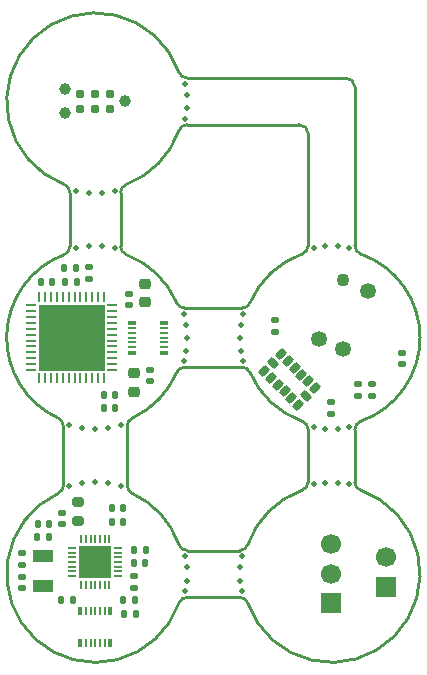
<source format=gbr>
%TF.GenerationSoftware,KiCad,Pcbnew,9.0.1*%
%TF.CreationDate,2025-04-11T17:48:53-04:00*%
%TF.ProjectId,IngestibleCapsule-Board_v2,496e6765-7374-4696-926c-654361707375,rev?*%
%TF.SameCoordinates,Original*%
%TF.FileFunction,Soldermask,Top*%
%TF.FilePolarity,Negative*%
%FSLAX46Y46*%
G04 Gerber Fmt 4.6, Leading zero omitted, Abs format (unit mm)*
G04 Created by KiCad (PCBNEW 9.0.1) date 2025-04-11 17:48:53*
%MOMM*%
%LPD*%
G01*
G04 APERTURE LIST*
G04 Aperture macros list*
%AMRoundRect*
0 Rectangle with rounded corners*
0 $1 Rounding radius*
0 $2 $3 $4 $5 $6 $7 $8 $9 X,Y pos of 4 corners*
0 Add a 4 corners polygon primitive as box body*
4,1,4,$2,$3,$4,$5,$6,$7,$8,$9,$2,$3,0*
0 Add four circle primitives for the rounded corners*
1,1,$1+$1,$2,$3*
1,1,$1+$1,$4,$5*
1,1,$1+$1,$6,$7*
1,1,$1+$1,$8,$9*
0 Add four rect primitives between the rounded corners*
20,1,$1+$1,$2,$3,$4,$5,0*
20,1,$1+$1,$4,$5,$6,$7,0*
20,1,$1+$1,$6,$7,$8,$9,0*
20,1,$1+$1,$8,$9,$2,$3,0*%
G04 Aperture macros list end*
%ADD10C,0.500000*%
%ADD11R,0.700000X0.200000*%
%ADD12R,0.200000X0.700000*%
%ADD13R,2.700000X2.700000*%
%ADD14RoundRect,0.147500X-0.147500X-0.172500X0.147500X-0.172500X0.147500X0.172500X-0.147500X0.172500X0*%
%ADD15RoundRect,0.135000X0.135000X0.185000X-0.135000X0.185000X-0.135000X-0.185000X0.135000X-0.185000X0*%
%ADD16RoundRect,0.140000X-0.140000X-0.170000X0.140000X-0.170000X0.140000X0.170000X-0.140000X0.170000X0*%
%ADD17R,1.700000X1.700000*%
%ADD18C,1.700000*%
%ADD19RoundRect,0.150000X-0.123744X-0.335876X0.335876X0.123744X0.123744X0.335876X-0.335876X-0.123744X0*%
%ADD20RoundRect,0.150000X0.123744X-0.335876X0.335876X-0.123744X-0.123744X0.335876X-0.335876X0.123744X0*%
%ADD21RoundRect,0.062500X-0.375000X-0.062500X0.375000X-0.062500X0.375000X0.062500X-0.375000X0.062500X0*%
%ADD22RoundRect,0.062500X-0.062500X-0.375000X0.062500X-0.375000X0.062500X0.375000X-0.062500X0.375000X0*%
%ADD23R,5.600000X5.600000*%
%ADD24RoundRect,0.140000X0.170000X-0.140000X0.170000X0.140000X-0.170000X0.140000X-0.170000X-0.140000X0*%
%ADD25RoundRect,0.140000X0.140000X0.170000X-0.140000X0.170000X-0.140000X-0.170000X0.140000X-0.170000X0*%
%ADD26RoundRect,0.200000X0.275000X-0.200000X0.275000X0.200000X-0.275000X0.200000X-0.275000X-0.200000X0*%
%ADD27RoundRect,0.135000X-0.135000X-0.185000X0.135000X-0.185000X0.135000X0.185000X-0.135000X0.185000X0*%
%ADD28RoundRect,0.135000X0.185000X-0.135000X0.185000X0.135000X-0.185000X0.135000X-0.185000X-0.135000X0*%
%ADD29RoundRect,0.140000X-0.170000X0.140000X-0.170000X-0.140000X0.170000X-0.140000X0.170000X0.140000X0*%
%ADD30R,0.660000X0.350000*%
%ADD31R,0.660000X0.230000*%
%ADD32R,1.800000X1.000000*%
%ADD33C,0.990600*%
%ADD34C,0.787400*%
%ADD35R,0.350000X0.660000*%
%ADD36R,0.230000X0.660000*%
%ADD37C,1.350000*%
%ADD38C,1.100000*%
%ADD39RoundRect,0.135000X-0.185000X0.135000X-0.185000X-0.135000X0.185000X-0.135000X0.185000X0.135000X0*%
%ADD40RoundRect,0.225000X0.250000X-0.225000X0.250000X0.225000X-0.250000X0.225000X-0.250000X-0.225000X0*%
%ADD41RoundRect,0.147500X-0.172500X0.147500X-0.172500X-0.147500X0.172500X-0.147500X0.172500X0.147500X0*%
%TA.AperFunction,Profile*%
%ADD42C,0.250000*%
%TD*%
G04 APERTURE END LIST*
D10*
%TO.C,i2c_2_2*%
X102512510Y-98000000D03*
X102328462Y-98900000D03*
X102250000Y-100000000D03*
X102328462Y-101100000D03*
X102512510Y-102000000D03*
%TD*%
%TO.C,i2c_2_2*%
X97487490Y-102000000D03*
X97671538Y-101100000D03*
X97750000Y-100000000D03*
X97671538Y-98900000D03*
X97487490Y-98000000D03*
%TD*%
D11*
%TO.C,U5*%
X88050000Y-117800000D03*
X88050000Y-118200000D03*
X88050000Y-118600000D03*
X88050000Y-119000000D03*
X88050000Y-119400000D03*
X88050000Y-119800000D03*
X88050000Y-120200000D03*
D12*
X88800000Y-120950000D03*
X89200000Y-120950000D03*
X89600000Y-120950000D03*
X90000000Y-120950000D03*
X90400000Y-120950000D03*
X90800000Y-120950000D03*
X91200000Y-120950000D03*
D11*
X91950000Y-120200000D03*
X91950000Y-119800000D03*
X91950000Y-119400000D03*
X91950000Y-119000000D03*
X91950000Y-118600000D03*
X91950000Y-118200000D03*
X91950000Y-117800000D03*
D12*
X91200000Y-117050000D03*
X90800000Y-117050000D03*
X90400000Y-117050000D03*
X90000000Y-117050000D03*
X89600000Y-117050000D03*
X89200000Y-117050000D03*
X88800000Y-117050000D03*
D13*
X90000000Y-119000000D03*
%TD*%
D14*
%TO.C,L1*%
X91415000Y-115600000D03*
X92385000Y-115600000D03*
%TD*%
D15*
%TO.C,R4*%
X88410000Y-94100000D03*
X87390000Y-94100000D03*
%TD*%
D10*
%TO.C,spi_4_2*%
X87800000Y-107431184D03*
X88900000Y-107671538D03*
X90000000Y-107750000D03*
X91100000Y-107671538D03*
X92200000Y-107431184D03*
%TD*%
D16*
%TO.C,C1*%
X85390000Y-95250000D03*
X86350000Y-95250000D03*
%TD*%
D17*
%TO.C,J8*%
X114595000Y-121110000D03*
D18*
X114595000Y-118570000D03*
%TD*%
D16*
%TO.C,C17*%
X91425000Y-114450000D03*
X92385000Y-114450000D03*
%TD*%
D15*
%TO.C,R10*%
X93420000Y-123400000D03*
X92400000Y-123400000D03*
%TD*%
D10*
%TO.C,prog_3_2*%
X91650000Y-92427682D03*
X90550000Y-92269541D03*
X89450000Y-92269541D03*
X88350000Y-92427682D03*
%TD*%
D19*
%TO.C,U3*%
X104328680Y-102842893D03*
X104894365Y-103408579D03*
X105460051Y-103974264D03*
X106025736Y-104539949D03*
X106591421Y-105105635D03*
X107157107Y-105671320D03*
D20*
X107864214Y-104964214D03*
D19*
X108571320Y-104257107D03*
X108005635Y-103691421D03*
X107439949Y-103125736D03*
X106874264Y-102560051D03*
X106308579Y-101994365D03*
X105742893Y-101428680D03*
D20*
X105035786Y-102135786D03*
%TD*%
D10*
%TO.C,pwr_4_2*%
X111475000Y-92391658D03*
X110575000Y-92271360D03*
X109425000Y-92271360D03*
X108525000Y-92391658D03*
%TD*%
D21*
%TO.C,U1*%
X84562500Y-97250000D03*
X84562500Y-97750000D03*
X84562500Y-98250000D03*
X84562500Y-98750000D03*
X84562500Y-99250000D03*
X84562500Y-99750000D03*
X84562500Y-100250000D03*
X84562500Y-100750000D03*
X84562500Y-101250000D03*
X84562500Y-101750000D03*
X84562500Y-102250000D03*
X84562500Y-102750000D03*
D22*
X85250000Y-103437500D03*
X85750000Y-103437500D03*
X86250000Y-103437500D03*
X86750000Y-103437500D03*
X87250000Y-103437500D03*
X87750000Y-103437500D03*
X88250000Y-103437500D03*
X88750000Y-103437500D03*
X89250000Y-103437500D03*
X89750000Y-103437500D03*
X90250000Y-103437500D03*
X90750000Y-103437500D03*
D21*
X91437500Y-102750000D03*
X91437500Y-102250000D03*
X91437500Y-101750000D03*
X91437500Y-101250000D03*
X91437500Y-100750000D03*
X91437500Y-100250000D03*
X91437500Y-99750000D03*
X91437500Y-99250000D03*
X91437500Y-98750000D03*
X91437500Y-98250000D03*
X91437500Y-97750000D03*
X91437500Y-97250000D03*
D22*
X90750000Y-96562500D03*
X90250000Y-96562500D03*
X89750000Y-96562500D03*
X89250000Y-96562500D03*
X88750000Y-96562500D03*
X88250000Y-96562500D03*
X87750000Y-96562500D03*
X87250000Y-96562500D03*
X86750000Y-96562500D03*
X86250000Y-96562500D03*
X85750000Y-96562500D03*
X85250000Y-96562500D03*
D23*
X88000000Y-100000000D03*
%TD*%
D17*
%TO.C,J7*%
X110000000Y-122500000D03*
D18*
X110000000Y-120000000D03*
X110000000Y-117500000D03*
%TD*%
D24*
%TO.C,C3*%
X92850000Y-97280000D03*
X92850000Y-96320000D03*
%TD*%
D25*
%TO.C,C5*%
X91680000Y-104850000D03*
X90720000Y-104850000D03*
%TD*%
D26*
%TO.C,R11*%
X88500000Y-115550000D03*
X88500000Y-113900000D03*
%TD*%
D27*
%TO.C,R9*%
X87130000Y-122200000D03*
X88150000Y-122200000D03*
%TD*%
D24*
%TO.C,C20*%
X93300000Y-121160000D03*
X93300000Y-120200000D03*
%TD*%
D10*
%TO.C,pwr_4_2*%
X108525000Y-107608342D03*
X109425000Y-107728640D03*
X110575000Y-107728640D03*
X111475000Y-107608342D03*
%TD*%
D28*
%TO.C,R5*%
X112250000Y-104950000D03*
X112250000Y-103930000D03*
%TD*%
D10*
%TO.C,spi_4_2*%
X92200000Y-112568816D03*
X91100000Y-112328462D03*
X90000000Y-112250000D03*
X88900000Y-112328462D03*
X87800000Y-112568816D03*
%TD*%
D29*
%TO.C,C13*%
X116000000Y-101270000D03*
X116000000Y-102230000D03*
%TD*%
D25*
%TO.C,C23*%
X86080000Y-115820000D03*
X85120000Y-115820000D03*
%TD*%
D10*
%TO.C,pwr_4_2*%
X97608342Y-81475000D03*
X97728640Y-80575000D03*
X97728640Y-79425000D03*
X97608342Y-78525000D03*
%TD*%
D16*
%TO.C,C19*%
X92390000Y-122250000D03*
X93350000Y-122250000D03*
%TD*%
D30*
%TO.C,J1*%
X93145000Y-101275000D03*
X95855000Y-101275000D03*
X93145000Y-98725000D03*
X95855000Y-98725000D03*
D31*
X93145000Y-100800000D03*
X95855000Y-100800000D03*
X93145000Y-100400000D03*
X95855000Y-100400000D03*
X93145000Y-100000000D03*
X95855000Y-100000000D03*
X93145000Y-99600000D03*
X95855000Y-99600000D03*
X93145000Y-99200000D03*
X95855000Y-99200000D03*
%TD*%
D29*
%TO.C,C22*%
X83828228Y-118260000D03*
X83828228Y-119220000D03*
%TD*%
D32*
%TO.C,Y3*%
X85578228Y-121000000D03*
X85578228Y-118500000D03*
%TD*%
D29*
%TO.C,C14*%
X110000000Y-105470000D03*
X110000000Y-106430000D03*
%TD*%
D15*
%TO.C,R12*%
X86100000Y-116920000D03*
X85080000Y-116920000D03*
%TD*%
D10*
%TO.C,pwr_4_2*%
X97608342Y-121475000D03*
X97728640Y-120575000D03*
X97728640Y-119425000D03*
X97608342Y-118525000D03*
%TD*%
%TO.C,pwr_4_2*%
X111475000Y-112391658D03*
X110575000Y-112271360D03*
X109425000Y-112271360D03*
X108525000Y-112391658D03*
%TD*%
%TO.C,pwr_4_2*%
X102391658Y-118525000D03*
X102271360Y-119425000D03*
X102271360Y-120575000D03*
X102391658Y-121475000D03*
%TD*%
D24*
%TO.C,C21*%
X83828228Y-121240000D03*
X83828228Y-120280000D03*
%TD*%
D10*
%TO.C,prog_3_2*%
X88350000Y-87572318D03*
X89450000Y-87730459D03*
X90550000Y-87730459D03*
X91650000Y-87572318D03*
%TD*%
D33*
%TO.C,J5*%
X92540000Y-80000000D03*
X87460000Y-81016000D03*
X87460000Y-78984000D03*
D34*
X91270000Y-79365000D03*
X91270000Y-80635000D03*
X90000000Y-79365000D03*
X90000000Y-80635000D03*
X88730000Y-79365000D03*
X88730000Y-80635000D03*
%TD*%
D24*
%TO.C,C24*%
X87150000Y-115800000D03*
X87150000Y-114840000D03*
%TD*%
D35*
%TO.C,J4*%
X88725000Y-123145000D03*
X88725000Y-125855000D03*
X91275000Y-123145000D03*
X91275000Y-125855000D03*
D36*
X89200000Y-123145000D03*
X89200000Y-125855000D03*
X89600000Y-123145000D03*
X89600000Y-125855000D03*
X90000000Y-123145000D03*
X90000000Y-125855000D03*
X90400000Y-123145000D03*
X90400000Y-125855000D03*
X90800000Y-123145000D03*
X90800000Y-125855000D03*
%TD*%
D37*
%TO.C,U2*%
X111000000Y-101000000D03*
X113065000Y-96015000D03*
D38*
X111000000Y-95160000D03*
D37*
X108935000Y-100145000D03*
%TD*%
D27*
%TO.C,R2*%
X87400000Y-95250000D03*
X88420000Y-95250000D03*
%TD*%
D16*
%TO.C,C16*%
X93300000Y-118000000D03*
X94260000Y-118000000D03*
%TD*%
D39*
%TO.C,R7*%
X105200000Y-98540000D03*
X105200000Y-99560000D03*
%TD*%
D24*
%TO.C,C6*%
X94650000Y-103680000D03*
X94650000Y-102720000D03*
%TD*%
D40*
%TO.C,C7*%
X93250000Y-104575000D03*
X93250000Y-103025000D03*
%TD*%
D25*
%TO.C,C4*%
X91680000Y-105950000D03*
X90720000Y-105950000D03*
%TD*%
D41*
%TO.C,D1*%
X89500000Y-94050000D03*
X89500000Y-95020000D03*
%TD*%
D40*
%TO.C,C8*%
X94250000Y-96975000D03*
X94250000Y-95425000D03*
%TD*%
D28*
%TO.C,R6*%
X113450000Y-104960000D03*
X113450000Y-103940000D03*
%TD*%
D16*
%TO.C,C18*%
X93280000Y-119090000D03*
X94240000Y-119090000D03*
%TD*%
D42*
X87363636Y-87021366D02*
G75*
G02*
X97079062Y-77522727I2636364J7021366D01*
G01*
X111975000Y-107787000D02*
X111975000Y-112213032D01*
X108025000Y-112213000D02*
G75*
G02*
X107522717Y-112920910I-750000J0D01*
G01*
X97079062Y-122477273D02*
G75*
G02*
X86863636Y-113187275I-7079062J2477273D01*
G01*
X92636364Y-92978634D02*
G75*
G02*
X92150003Y-92276500I263636J702134D01*
G01*
X112477273Y-92920938D02*
G75*
G02*
X111975064Y-92213032I247727J707838D01*
G01*
X107522727Y-107079062D02*
G75*
G02*
X108024936Y-107786968I-247727J-707838D01*
G01*
X97582900Y-97500000D02*
G75*
G02*
X96893544Y-97045446I0J750000D01*
G01*
X112477273Y-112920938D02*
G75*
G02*
X111975064Y-112213032I247727J707838D01*
G01*
X97582875Y-102500000D02*
X102417100Y-102500000D01*
X102920938Y-117522727D02*
G75*
G02*
X107522727Y-112920938I7079062J-2477273D01*
G01*
X112477273Y-112920938D02*
G75*
G02*
X102920938Y-122477273I-2477273J-7079062D01*
G01*
X103106477Y-97045455D02*
G75*
G02*
X107522727Y-92920938I6893523J-2954545D01*
G01*
X97787000Y-118025000D02*
X102213032Y-118025000D01*
X108025000Y-92213000D02*
G75*
G02*
X107522717Y-92920910I-750000J0D01*
G01*
X96893523Y-102954545D02*
G75*
G02*
X93136364Y-106812725I-6893523J2954545D01*
G01*
X92700000Y-107494000D02*
G75*
G02*
X93136365Y-106812727I750000J0D01*
G01*
X93136364Y-113187275D02*
G75*
G02*
X92699998Y-112506000I313636J681275D01*
G01*
X92700000Y-107494000D02*
X92700000Y-112506000D01*
X103106477Y-97045455D02*
G75*
G02*
X102417125Y-97499931I-689277J295455D01*
G01*
X97786968Y-121975000D02*
X102213000Y-121975000D01*
X97787000Y-118025000D02*
G75*
G02*
X97079090Y-117522717I0J750000D01*
G01*
X97079062Y-82477273D02*
G75*
G02*
X92636364Y-87021366I-7079062J2477273D01*
G01*
X111975000Y-92213032D02*
X111975000Y-78775000D01*
X97786968Y-81975000D02*
X107275000Y-81975000D01*
X93136364Y-113187275D02*
G75*
G02*
X97079062Y-117522727I-3136364J-6812725D01*
G01*
X92150000Y-87723500D02*
G75*
G02*
X92636363Y-87021364I750000J0D01*
G01*
X86863636Y-106812725D02*
G75*
G02*
X87363636Y-92978634I3136364J6812725D01*
G01*
X87850000Y-87723500D02*
X87850000Y-92276500D01*
X97787000Y-78025000D02*
X111225000Y-78025000D01*
X97582900Y-97500000D02*
X102417125Y-97500000D01*
X97787000Y-78025000D02*
G75*
G02*
X97079090Y-77522717I0J750000D01*
G01*
X102213000Y-121975000D02*
G75*
G02*
X102920910Y-122477283I0J-750000D01*
G01*
X112477273Y-92920938D02*
G75*
G02*
X112477273Y-107079062I-2477273J-7079062D01*
G01*
X87300000Y-107494000D02*
X87300000Y-112506000D01*
X107522727Y-107079062D02*
G75*
G02*
X103106477Y-102954545I2477273J7079062D01*
G01*
X111225000Y-78025000D02*
G75*
G02*
X111975000Y-78775000I0J-750000D01*
G01*
X107275000Y-81975000D02*
G75*
G02*
X108025000Y-82725000I0J-750000D01*
G01*
X92636364Y-92978634D02*
G75*
G02*
X96893523Y-97045455I-2636364J-7021366D01*
G01*
X97079062Y-82477273D02*
G75*
G02*
X97786968Y-81975064I707838J-247727D01*
G01*
X111975000Y-107787000D02*
G75*
G02*
X112477283Y-107079090I750000J0D01*
G01*
X108025000Y-92213000D02*
X108025000Y-82725000D01*
X87300000Y-112506000D02*
G75*
G02*
X86863635Y-113187273I-750000J0D01*
G01*
X102417100Y-102500000D02*
G75*
G02*
X103106456Y-102954554I0J-750000D01*
G01*
X87363636Y-87021366D02*
G75*
G02*
X87849997Y-87723500I-263636J-702134D01*
G01*
X96893523Y-102954545D02*
G75*
G02*
X97582875Y-102500069I689277J-295455D01*
G01*
X97079062Y-122477273D02*
G75*
G02*
X97786968Y-121975064I707838J-247727D01*
G01*
X108025000Y-107786968D02*
X108025000Y-112213000D01*
X86863636Y-106812725D02*
G75*
G02*
X87300002Y-107494000I-313636J-681275D01*
G01*
X102920938Y-117522727D02*
G75*
G02*
X102213032Y-118024936I-707838J247727D01*
G01*
X87850000Y-92276500D02*
G75*
G02*
X87363637Y-92978636I-750000J0D01*
G01*
X92150000Y-87723500D02*
X92150000Y-92276500D01*
M02*

</source>
